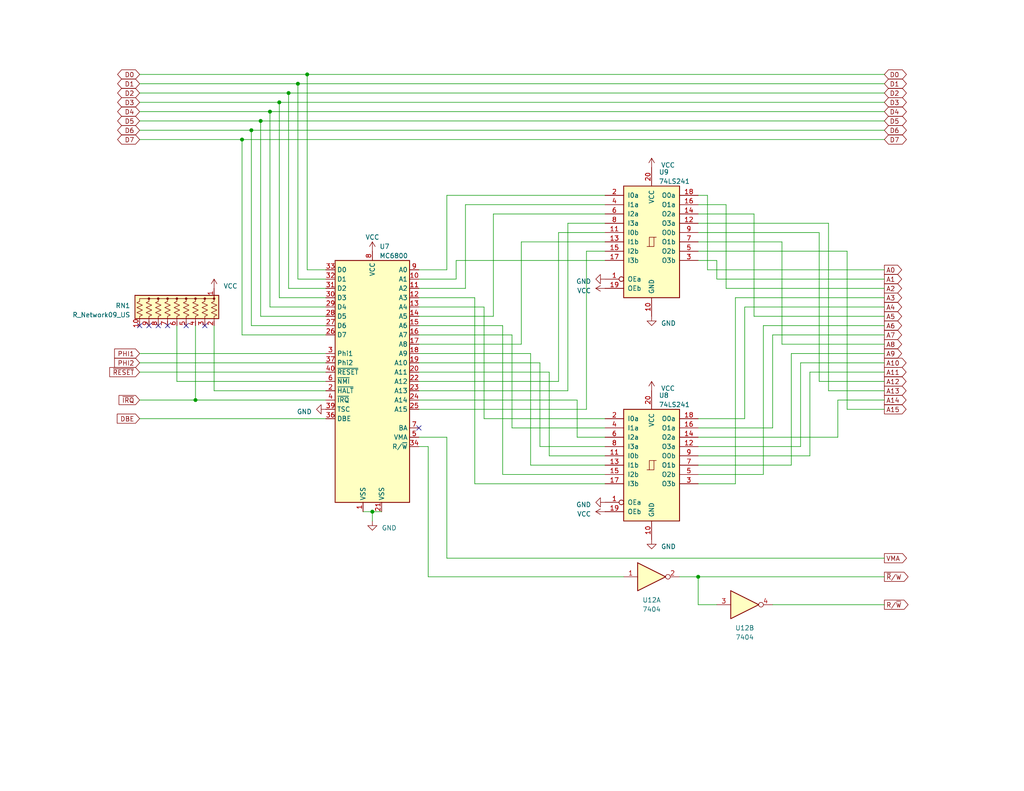
<source format=kicad_sch>
(kicad_sch (version 20230121) (generator eeschema)
  (paper "USLetter")
  (lib_symbols
    (symbol "74xx:74LS04"
      (property "Reference" "U" (at 0 1.27 0))
      (property "Value" "74LS04" (at 0 -1.27 0))
      (symbol "74LS04_1_0"
        (polyline (pts (xy -3.81 3.81) (xy -3.81 -3.81) (xy 3.81 0) (xy -3.81 3.81)) (stroke (width 0.254)) (fill (type background)))
        (pin input line (at -7.62 0 0) (length 3.81) (name "~") (number "1"))
        (pin output inverted (at 7.62 0 180) (length 3.81) (name "~") (number "2"))
      )
      (symbol "74LS04_2_0"
        (polyline (pts (xy -3.81 3.81) (xy -3.81 -3.81) (xy 3.81 0) (xy -3.81 3.81)) (stroke (width 0.254)) (fill (type background)))
        (pin input line (at -7.62 0 0) (length 3.81) (name "~") (number "3"))
        (pin output inverted (at 7.62 0 180) (length 3.81) (name "~") (number "4"))
      )
      (symbol "74LS04_3_0"
        (polyline (pts (xy -3.81 3.81) (xy -3.81 -3.81) (xy 3.81 0) (xy -3.81 3.81)) (stroke (width 0.254)) (fill (type background)))
        (pin input line (at -7.62 0 0) (length 3.81) (name "~") (number "5"))
        (pin output inverted (at 7.62 0 180) (length 3.81) (name "~") (number "6"))
      )
      (symbol "74LS04_4_0"
        (polyline (pts (xy -3.81 3.81) (xy -3.81 -3.81) (xy 3.81 0) (xy -3.81 3.81)) (stroke (width 0.254)) (fill (type background)))
        (pin output inverted (at 7.62 0 180) (length 3.81) (name "~") (number "8"))
        (pin input line (at -7.62 0 0) (length 3.81) (name "~") (number "9"))
      )
      (symbol "74LS04_5_0"
        (polyline (pts (xy -3.81 3.81) (xy -3.81 -3.81) (xy 3.81 0) (xy -3.81 3.81)) (stroke (width 0.254)) (fill (type background)))
        (pin output inverted (at 7.62 0 180) (length 3.81) (name "~") (number "10"))
        (pin input line (at -7.62 0 0) (length 3.81) (name "~") (number "11"))
      )
      (symbol "74LS04_6_0"
        (polyline (pts (xy -3.81 3.81) (xy -3.81 -3.81) (xy 3.81 0) (xy -3.81 3.81)) (stroke (width 0.254)) (fill (type background)))
        (pin output inverted (at 7.62 0 180) (length 3.81) (name "~") (number "12"))
        (pin input line (at -7.62 0 0) (length 3.81) (name "~") (number "13"))
      )
      (symbol "74LS04_7_0"
        (pin power_in line (at 0 12.7 270) (length 5.08) (name "VCC") (number "14"))
        (pin power_in line (at 0 -12.7 90) (length 5.08) (name "GND") (number "7"))
      )
      (symbol "74LS04_7_1"
        (rectangle (start -5.08 7.62) (end 5.08 -7.62) (stroke (width 0.254)) (fill (type background)))
      )
    )
    (symbol "74xx:74LS241" (pin_names (offset 1.016))
      (property "Reference" "U" (at -7.62 16.51 0))
      (property "Value" "74LS241" (at -7.62 -16.51 0))
      (symbol "74LS241_1_0"
        (polyline (pts (xy -0.635 -1.27) (xy -0.635 1.27) (xy 0.635 1.27)))
        (polyline (pts (xy -1.27 -1.27) (xy 0.635 -1.27) (xy 0.635 1.27) (xy 1.27 1.27)))
        (pin input inverted (at -12.7 -10.16 0) (length 5.08) (name "OEa") (number "1"))
        (pin power_in line (at 0 -20.32 90) (length 5.08) (name "GND") (number "10"))
        (pin input line (at -12.7 2.54 0) (length 5.08) (name "I0b") (number "11"))
        (pin tri_state line (at 12.7 5.08 180) (length 5.08) (name "O3a") (number "12"))
        (pin input line (at -12.7 0 0) (length 5.08) (name "I1b") (number "13"))
        (pin tri_state line (at 12.7 7.62 180) (length 5.08) (name "O2a") (number "14"))
        (pin input line (at -12.7 -2.54 0) (length 5.08) (name "I2b") (number "15"))
        (pin tri_state line (at 12.7 10.16 180) (length 5.08) (name "O1a") (number "16"))
        (pin input line (at -12.7 -5.08 0) (length 5.08) (name "I3b") (number "17"))
        (pin tri_state line (at 12.7 12.7 180) (length 5.08) (name "O0a") (number "18"))
        (pin input line (at -12.7 -12.7 0) (length 5.08) (name "OEb") (number "19"))
        (pin input line (at -12.7 12.7 0) (length 5.08) (name "I0a") (number "2"))
        (pin power_in line (at 0 20.32 270) (length 5.08) (name "VCC") (number "20"))
        (pin tri_state line (at 12.7 -5.08 180) (length 5.08) (name "O3b") (number "3"))
        (pin input line (at -12.7 10.16 0) (length 5.08) (name "I1a") (number "4"))
        (pin tri_state line (at 12.7 -2.54 180) (length 5.08) (name "O2b") (number "5"))
        (pin input line (at -12.7 7.62 0) (length 5.08) (name "I2a") (number "6"))
        (pin tri_state line (at 12.7 0 180) (length 5.08) (name "O1b") (number "7"))
        (pin input line (at -12.7 5.08 0) (length 5.08) (name "I3a") (number "8"))
        (pin tri_state line (at 12.7 2.54 180) (length 5.08) (name "O0b") (number "9"))
      )
      (symbol "74LS241_1_1"
        (rectangle (start -7.62 15.24) (end 7.62 -15.24) (stroke (width 0.254)) (fill (type background)))
      )
    )
    (symbol "CPU_NXP_6800:MC6800"
      (property "Reference" "U" (at -8.89 34.29 0))
      (property "Value" "MC6800" (at 10.16 34.29 0))
      (symbol "MC6800_0_1"
        (rectangle (start -10.16 -33.02) (end 10.16 33.02) (stroke (width 0.254)) (fill (type background)))
      )
      (symbol "MC6800_1_1"
        (pin power_in line (at -2.54 -35.56 90) (length 2.54) (name "VSS") (number "1"))
        (pin output line (at 12.7 27.94 180) (length 2.54) (name "A1") (number "10"))
        (pin output line (at 12.7 25.4 180) (length 2.54) (name "A2") (number "11"))
        (pin output line (at 12.7 22.86 180) (length 2.54) (name "A3") (number "12"))
        (pin output line (at 12.7 20.32 180) (length 2.54) (name "A4") (number "13"))
        (pin output line (at 12.7 17.78 180) (length 2.54) (name "A5") (number "14"))
        (pin output line (at 12.7 15.24 180) (length 2.54) (name "A6") (number "15"))
        (pin output line (at 12.7 12.7 180) (length 2.54) (name "A7") (number "16"))
        (pin output line (at 12.7 10.16 180) (length 2.54) (name "A8") (number "17"))
        (pin output line (at 12.7 7.62 180) (length 2.54) (name "A9") (number "18"))
        (pin output line (at 12.7 5.08 180) (length 2.54) (name "A10") (number "19"))
        (pin input line (at -12.7 -2.54 0) (length 2.54) (name "~{HALT}") (number "2"))
        (pin output line (at 12.7 2.54 180) (length 2.54) (name "A11") (number "20"))
        (pin power_in line (at 2.54 -35.56 90) (length 2.54) (name "VSS") (number "21"))
        (pin output line (at 12.7 0 180) (length 2.54) (name "A12") (number "22"))
        (pin output line (at 12.7 -2.54 180) (length 2.54) (name "A13") (number "23"))
        (pin output line (at 12.7 -5.08 180) (length 2.54) (name "A14") (number "24"))
        (pin output line (at 12.7 -7.62 180) (length 2.54) (name "A15") (number "25"))
        (pin bidirectional line (at -12.7 12.7 0) (length 2.54) (name "D7") (number "26"))
        (pin bidirectional line (at -12.7 15.24 0) (length 2.54) (name "D6") (number "27"))
        (pin bidirectional line (at -12.7 17.78 0) (length 2.54) (name "D5") (number "28"))
        (pin bidirectional line (at -12.7 20.32 0) (length 2.54) (name "D4") (number "29"))
        (pin input line (at -12.7 7.62 0) (length 2.54) (name "Phi1") (number "3"))
        (pin bidirectional line (at -12.7 22.86 0) (length 2.54) (name "D3") (number "30"))
        (pin bidirectional line (at -12.7 25.4 0) (length 2.54) (name "D2") (number "31"))
        (pin bidirectional line (at -12.7 27.94 0) (length 2.54) (name "D1") (number "32"))
        (pin bidirectional line (at -12.7 30.48 0) (length 2.54) (name "D0") (number "33"))
        (pin output line (at 12.7 -17.78 180) (length 2.54) (name "R/~{W}") (number "34"))
        (pin no_connect line (at -10.16 -25.4 0) (length 2.54) hide (name "N.C.") (number "35"))
        (pin input line (at -12.7 -10.16 0) (length 2.54) (name "DBE") (number "36"))
        (pin input line (at -12.7 5.08 0) (length 2.54) (name "Phi2") (number "37"))
        (pin no_connect line (at -10.16 -22.86 0) (length 2.54) hide (name "N.C.") (number "38"))
        (pin input line (at -12.7 -7.62 0) (length 2.54) (name "TSC") (number "39"))
        (pin input line (at -12.7 -5.08 0) (length 2.54) (name "~{IRQ}") (number "4"))
        (pin input line (at -12.7 2.54 0) (length 2.54) (name "~{RESET}") (number "40"))
        (pin output line (at 12.7 -15.24 180) (length 2.54) (name "VMA") (number "5"))
        (pin input line (at -12.7 0 0) (length 2.54) (name "~{NMI}") (number "6"))
        (pin output line (at 12.7 -12.7 180) (length 2.54) (name "BA") (number "7"))
        (pin power_in line (at 0 35.56 270) (length 2.54) (name "VCC") (number "8"))
        (pin output line (at 12.7 30.48 180) (length 2.54) (name "A0") (number "9"))
      )
    )
    (symbol "Device:R_Network09_US" (pin_names (offset 0) hide)
      (property "Reference" "RN" (at -12.7 0 90))
      (property "Value" "R_Network09_US" (at 12.7 0 90))
      (symbol "R_Network09_US_0_1"
        (rectangle (start -11.43 -3.175) (end 11.43 3.175) (stroke (width 0.254)) (fill (type background)))
        (circle (center -10.16 2.286) (radius 0.254) (fill (type outline)))
        (circle (center -7.62 2.286) (radius 0.254) (fill (type outline)))
        (circle (center -5.08 2.286) (radius 0.254) (fill (type outline)))
        (circle (center -2.54 2.286) (radius 0.254) (fill (type outline)))
        (polyline (pts (xy -10.16 2.286) (xy 10.16 2.286)))
        (polyline (pts (xy -10.16 2.286) (xy -10.16 1.524) (xy -9.398 1.1684) (xy -10.922 0.508) (xy -9.398 -0.1524) (xy -10.922 -0.8382) (xy -9.398 -1.524) (xy -10.922 -2.1844) (xy -10.16 -2.54) (xy -10.16 -3.81)))
        (polyline (pts (xy -7.62 2.286) (xy -7.62 1.524) (xy -6.858 1.1684) (xy -8.382 0.508) (xy -6.858 -0.1524) (xy -8.382 -0.8382) (xy -6.858 -1.524) (xy -8.382 -2.1844) (xy -7.62 -2.54) (xy -7.62 -3.81)))
        (polyline (pts (xy -5.08 2.286) (xy -5.08 1.524) (xy -4.318 1.1684) (xy -5.842 0.508) (xy -4.318 -0.1524) (xy -5.842 -0.8382) (xy -4.318 -1.524) (xy -5.842 -2.1844) (xy -5.08 -2.54) (xy -5.08 -3.81)))
        (polyline (pts (xy -2.54 2.286) (xy -2.54 1.524) (xy -1.778 1.1684) (xy -3.302 0.508) (xy -1.778 -0.1524) (xy -3.302 -0.8382) (xy -1.778 -1.524) (xy -3.302 -2.1844) (xy -2.54 -2.54) (xy -2.54 -3.81)))
        (polyline (pts (xy 0 2.286) (xy 0 1.524) (xy 0.762 1.1684) (xy -0.762 0.508) (xy 0.762 -0.1524) (xy -0.762 -0.8382) (xy 0.762 -1.524) (xy -0.762 -2.1844) (xy 0 -2.54) (xy 0 -3.81)))
        (polyline (pts (xy 2.54 2.286) (xy 2.54 1.524) (xy 3.302 1.1684) (xy 1.778 0.508) (xy 3.302 -0.1524) (xy 1.778 -0.8382) (xy 3.302 -1.524) (xy 1.778 -2.1844) (xy 2.54 -2.54) (xy 2.54 -3.81)))
        (polyline (pts (xy 5.08 2.286) (xy 5.08 1.524) (xy 5.842 1.1684) (xy 4.318 0.508) (xy 5.842 -0.1524) (xy 4.318 -0.8382) (xy 5.842 -1.524) (xy 4.318 -2.1844) (xy 5.08 -2.54) (xy 5.08 -3.81)))
        (polyline (pts (xy 7.62 2.286) (xy 7.62 1.524) (xy 8.382 1.1684) (xy 6.858 0.508) (xy 8.382 -0.1524) (xy 6.858 -0.8382) (xy 8.382 -1.524) (xy 6.858 -2.1844) (xy 7.62 -2.54) (xy 7.62 -3.81)))
        (polyline (pts (xy 10.16 2.286) (xy 10.16 1.524) (xy 10.922 1.1684) (xy 9.398 0.508) (xy 10.922 -0.1524) (xy 9.398 -0.8382) (xy 10.922 -1.524) (xy 9.398 -2.1844) (xy 10.16 -2.54) (xy 10.16 -3.81)))
        (circle (center 0 2.286) (radius 0.254) (fill (type outline)))
        (circle (center 2.54 2.286) (radius 0.254) (fill (type outline)))
        (circle (center 5.08 2.286) (radius 0.254) (fill (type outline)))
        (circle (center 7.62 2.286) (radius 0.254) (fill (type outline)))
      )
      (symbol "R_Network09_US_1_1"
        (pin passive line (at -10.16 5.08 270) (length 2.54) (name "common") (number "1"))
        (pin passive line (at 10.16 -5.08 90) (length 1.27) (name "R9") (number "10"))
        (pin passive line (at -10.16 -5.08 90) (length 1.27) (name "R1") (number "2"))
        (pin passive line (at -7.62 -5.08 90) (length 1.27) (name "R2") (number "3"))
        (pin passive line (at -5.08 -5.08 90) (length 1.27) (name "R3") (number "4"))
        (pin passive line (at -2.54 -5.08 90) (length 1.27) (name "R4") (number "5"))
        (pin passive line (at 0 -5.08 90) (length 1.27) (name "R5") (number "6"))
        (pin passive line (at 2.54 -5.08 90) (length 1.27) (name "R6") (number "7"))
        (pin passive line (at 5.08 -5.08 90) (length 1.27) (name "R7") (number "8"))
        (pin passive line (at 7.62 -5.08 90) (length 1.27) (name "R8") (number "9"))
      )
    )
    (symbol "power:GND" (power) (pin_names (offset 0))
      (property "Value" "GND" (at 0 -3.81 0))
      (symbol "GND_0_1"
        (polyline (pts (xy 0 0) (xy 0 -1.27) (xy 1.27 -1.27) (xy 0 -2.54) (xy -1.27 -1.27) (xy 0 -1.27)))
      )
      (symbol "GND_1_1"
        (pin power_in line (at 0 0 270) (length 0) hide (name "GND") (number "1"))
      )
    )
    (symbol "power:VCC" (power) (pin_names (offset 0))
      (property "Value" "VCC" (at 0 3.81 0))
      (symbol "VCC_0_1"
        (polyline (pts (xy -0.762 1.27) (xy 0 2.54)))
        (polyline (pts (xy 0 0) (xy 0 2.54)))
        (polyline (pts (xy 0 2.54) (xy 0.762 1.27)))
      )
      (symbol "VCC_1_1"
        (pin power_in line (at 0 0 90) (length 0) hide (name "VCC") (number "1"))
      )
    )
  )
  (junction (at 76.2 27.94))
  (junction (at 68.58 35.56))
  (junction (at 53.34 109.22))
  (junction (at 71.12 33.02))
  (junction (at 83.82 20.32))
  (junction (at 78.74 25.4))
  (junction (at 81.28 22.86))
  (junction (at 66.04 38.1))
  (junction (at 73.66 30.48))
  (junction (at 101.6 139.7))
  (junction (at 190.5 157.48))
  (no_connect (at 55.88 88.9))
  (no_connect (at 50.8 88.9))
  (no_connect (at 40.64 88.9))
  (no_connect (at 38.1 88.9))
  (no_connect (at 45.72 88.9))
  (no_connect (at 43.18 88.9))
  (no_connect (at 114.3 116.84))
  (wire (pts (xy 210.82 116.84) (xy 190.5 116.84)))
  (wire (pts (xy 127 55.88) (xy 165.1 55.88)))
  (wire (pts (xy 99.06 139.7) (xy 101.6 139.7)))
  (wire (pts (xy 83.82 73.66) (xy 88.9 73.66)))
  (wire (pts (xy 73.66 30.48) (xy 73.66 83.82)))
  (wire (pts (xy 114.3 93.98) (xy 142.24 93.98)))
  (wire (pts (xy 66.04 38.1) (xy 66.04 91.44)))
  (wire (pts (xy 205.74 86.36) (xy 241.3 86.36)))
  (wire (pts (xy 213.36 66.04) (xy 190.5 66.04)))
  (wire (pts (xy 142.24 93.98) (xy 142.24 66.04)))
  (wire (pts (xy 147.32 99.06) (xy 114.3 99.06)))
  (wire (pts (xy 195.58 71.12) (xy 190.5 71.12)))
  (wire (pts (xy 149.86 124.46) (xy 149.86 101.6)))
  (wire (pts (xy 66.04 38.1) (xy 241.3 38.1)))
  (wire (pts (xy 241.3 88.9) (xy 208.28 88.9)))
  (wire (pts (xy 129.54 81.28) (xy 129.54 132.08)))
  (wire (pts (xy 193.04 73.66) (xy 193.04 53.34)))
  (wire (pts (xy 81.28 76.2) (xy 88.9 76.2)))
  (wire (pts (xy 226.06 60.96) (xy 190.5 60.96)))
  (wire (pts (xy 147.32 99.06) (xy 147.32 121.92)))
  (wire (pts (xy 200.66 81.28) (xy 241.3 81.28)))
  (wire (pts (xy 210.82 91.44) (xy 241.3 91.44)))
  (wire (pts (xy 241.3 96.52) (xy 215.9 96.52)))
  (wire (pts (xy 129.54 132.08) (xy 165.1 132.08)))
  (wire (pts (xy 208.28 129.54) (xy 190.5 129.54)))
  (wire (pts (xy 81.28 22.86) (xy 81.28 76.2)))
  (wire (pts (xy 205.74 58.42) (xy 205.74 86.36)))
  (wire (pts (xy 241.3 20.32) (xy 83.82 20.32)))
  (wire (pts (xy 88.9 109.22) (xy 53.34 109.22)))
  (wire (pts (xy 132.08 83.82) (xy 132.08 114.3)))
  (wire (pts (xy 38.1 25.4) (xy 78.74 25.4)))
  (wire (pts (xy 218.44 121.92) (xy 190.5 121.92)))
  (wire (pts (xy 137.16 129.54) (xy 137.16 88.9)))
  (wire (pts (xy 124.46 71.12) (xy 124.46 76.2)))
  (wire (pts (xy 226.06 106.68) (xy 241.3 106.68)))
  (wire (pts (xy 231.14 111.76) (xy 241.3 111.76)))
  (wire (pts (xy 127 55.88) (xy 127 78.74)))
  (wire (pts (xy 38.1 33.02) (xy 71.12 33.02)))
  (wire (pts (xy 218.44 99.06) (xy 241.3 99.06)))
  (wire (pts (xy 73.66 83.82) (xy 88.9 83.82)))
  (wire (pts (xy 144.78 96.52) (xy 144.78 127)))
  (wire (pts (xy 137.16 129.54) (xy 165.1 129.54)))
  (wire (pts (xy 53.34 109.22) (xy 53.34 88.9)))
  (wire (pts (xy 210.82 165.1) (xy 241.3 165.1)))
  (wire (pts (xy 147.32 121.92) (xy 165.1 121.92)))
  (wire (pts (xy 38.1 114.3) (xy 88.9 114.3)))
  (wire (pts (xy 38.1 35.56) (xy 68.58 35.56)))
  (wire (pts (xy 210.82 116.84) (xy 210.82 91.44)))
  (wire (pts (xy 53.34 109.22) (xy 38.1 109.22)))
  (wire (pts (xy 228.6 119.38) (xy 190.5 119.38)))
  (wire (pts (xy 200.66 132.08) (xy 190.5 132.08)))
  (wire (pts (xy 101.6 139.7) (xy 104.14 139.7)))
  (wire (pts (xy 78.74 25.4) (xy 78.74 78.74)))
  (wire (pts (xy 154.94 60.96) (xy 165.1 60.96)))
  (wire (pts (xy 144.78 96.52) (xy 114.3 96.52)))
  (wire (pts (xy 152.4 104.14) (xy 114.3 104.14)))
  (wire (pts (xy 101.6 142.24) (xy 101.6 139.7)))
  (wire (pts (xy 114.3 83.82) (xy 132.08 83.82)))
  (wire (pts (xy 241.3 104.14) (xy 223.52 104.14)))
  (wire (pts (xy 139.7 91.44) (xy 139.7 116.84)))
  (wire (pts (xy 124.46 71.12) (xy 165.1 71.12)))
  (wire (pts (xy 200.66 132.08) (xy 200.66 81.28)))
  (wire (pts (xy 127 78.74) (xy 114.3 78.74)))
  (wire (pts (xy 38.1 99.06) (xy 88.9 99.06)))
  (wire (pts (xy 157.48 119.38) (xy 157.48 109.22)))
  (wire (pts (xy 213.36 66.04) (xy 213.36 93.98)))
  (wire (pts (xy 68.58 35.56) (xy 68.58 88.9)))
  (wire (pts (xy 220.98 124.46) (xy 190.5 124.46)))
  (wire (pts (xy 205.74 58.42) (xy 190.5 58.42)))
  (wire (pts (xy 231.14 68.58) (xy 231.14 111.76)))
  (wire (pts (xy 83.82 20.32) (xy 83.82 73.66)))
  (wire (pts (xy 241.3 78.74) (xy 198.12 78.74)))
  (wire (pts (xy 149.86 101.6) (xy 114.3 101.6)))
  (wire (pts (xy 121.92 73.66) (xy 114.3 73.66)))
  (wire (pts (xy 154.94 106.68) (xy 154.94 60.96)))
  (wire (pts (xy 160.02 68.58) (xy 160.02 111.76)))
  (wire (pts (xy 213.36 93.98) (xy 241.3 93.98)))
  (wire (pts (xy 38.1 27.94) (xy 76.2 27.94)))
  (wire (pts (xy 215.9 96.52) (xy 215.9 127)))
  (wire (pts (xy 38.1 96.52) (xy 88.9 96.52)))
  (wire (pts (xy 195.58 76.2) (xy 195.58 71.12)))
  (wire (pts (xy 152.4 63.5) (xy 152.4 104.14)))
  (wire (pts (xy 220.98 124.46) (xy 220.98 101.6)))
  (wire (pts (xy 142.24 66.04) (xy 165.1 66.04)))
  (wire (pts (xy 134.62 86.36) (xy 134.62 58.42)))
  (wire (pts (xy 58.42 106.68) (xy 88.9 106.68)))
  (wire (pts (xy 152.4 63.5) (xy 165.1 63.5)))
  (wire (pts (xy 66.04 91.44) (xy 88.9 91.44)))
  (wire (pts (xy 226.06 60.96) (xy 226.06 106.68)))
  (wire (pts (xy 139.7 116.84) (xy 165.1 116.84)))
  (wire (pts (xy 48.26 104.14) (xy 88.9 104.14)))
  (wire (pts (xy 76.2 81.28) (xy 88.9 81.28)))
  (wire (pts (xy 58.42 88.9) (xy 58.42 106.68)))
  (wire (pts (xy 241.3 83.82) (xy 203.2 83.82)))
  (wire (pts (xy 231.14 68.58) (xy 190.5 68.58)))
  (wire (pts (xy 208.28 88.9) (xy 208.28 129.54)))
  (wire (pts (xy 228.6 109.22) (xy 241.3 109.22)))
  (wire (pts (xy 116.84 121.92) (xy 114.3 121.92)))
  (wire (pts (xy 76.2 27.94) (xy 76.2 81.28)))
  (wire (pts (xy 134.62 58.42) (xy 165.1 58.42)))
  (wire (pts (xy 38.1 20.32) (xy 83.82 20.32)))
  (wire (pts (xy 198.12 78.74) (xy 198.12 55.88)))
  (wire (pts (xy 241.3 22.86) (xy 81.28 22.86)))
  (wire (pts (xy 218.44 121.92) (xy 218.44 99.06)))
  (wire (pts (xy 116.84 157.48) (xy 116.84 121.92)))
  (wire (pts (xy 38.1 22.86) (xy 81.28 22.86)))
  (wire (pts (xy 154.94 106.68) (xy 114.3 106.68)))
  (wire (pts (xy 160.02 68.58) (xy 165.1 68.58)))
  (wire (pts (xy 48.26 104.14) (xy 48.26 88.9)))
  (wire (pts (xy 241.3 30.48) (xy 73.66 30.48)))
  (wire (pts (xy 203.2 114.3) (xy 190.5 114.3)))
  (wire (pts (xy 241.3 73.66) (xy 193.04 73.66)))
  (wire (pts (xy 121.92 53.34) (xy 121.92 73.66)))
  (wire (pts (xy 71.12 86.36) (xy 88.9 86.36)))
  (wire (pts (xy 137.16 88.9) (xy 114.3 88.9)))
  (wire (pts (xy 223.52 63.5) (xy 190.5 63.5)))
  (wire (pts (xy 190.5 157.48) (xy 185.42 157.48)))
  (wire (pts (xy 223.52 104.14) (xy 223.52 63.5)))
  (wire (pts (xy 116.84 157.48) (xy 170.18 157.48)))
  (wire (pts (xy 241.3 25.4) (xy 78.74 25.4)))
  (wire (pts (xy 241.3 35.56) (xy 68.58 35.56)))
  (wire (pts (xy 71.12 33.02) (xy 71.12 86.36)))
  (wire (pts (xy 157.48 109.22) (xy 114.3 109.22)))
  (wire (pts (xy 193.04 53.34) (xy 190.5 53.34)))
  (wire (pts (xy 121.92 53.34) (xy 165.1 53.34)))
  (wire (pts (xy 132.08 114.3) (xy 165.1 114.3)))
  (wire (pts (xy 215.9 127) (xy 190.5 127)))
  (wire (pts (xy 203.2 83.82) (xy 203.2 114.3)))
  (wire (pts (xy 198.12 55.88) (xy 190.5 55.88)))
  (wire (pts (xy 160.02 111.76) (xy 114.3 111.76)))
  (wire (pts (xy 38.1 30.48) (xy 73.66 30.48)))
  (wire (pts (xy 241.3 76.2) (xy 195.58 76.2)))
  (wire (pts (xy 241.3 27.94) (xy 76.2 27.94)))
  (wire (pts (xy 144.78 127) (xy 165.1 127)))
  (wire (pts (xy 228.6 119.38) (xy 228.6 109.22)))
  (wire (pts (xy 241.3 33.02) (xy 71.12 33.02)))
  (wire (pts (xy 157.48 119.38) (xy 165.1 119.38)))
  (wire (pts (xy 38.1 101.6) (xy 88.9 101.6)))
  (wire (pts (xy 129.54 81.28) (xy 114.3 81.28)))
  (wire (pts (xy 220.98 101.6) (xy 241.3 101.6)))
  (wire (pts (xy 149.86 124.46) (xy 165.1 124.46)))
  (wire (pts (xy 190.5 165.1) (xy 190.5 157.48)))
  (wire (pts (xy 68.58 88.9) (xy 88.9 88.9)))
  (wire (pts (xy 121.92 119.38) (xy 114.3 119.38)))
  (wire (pts (xy 195.58 165.1) (xy 190.5 165.1)))
  (wire (pts (xy 114.3 91.44) (xy 139.7 91.44)))
  (wire (pts (xy 134.62 86.36) (xy 114.3 86.36)))
  (wire (pts (xy 121.92 152.4) (xy 241.3 152.4)))
  (wire (pts (xy 78.74 78.74) (xy 88.9 78.74)))
  (wire (pts (xy 114.3 76.2) (xy 124.46 76.2)))
  (wire (pts (xy 190.5 157.48) (xy 241.3 157.48)))
  (wire (pts (xy 121.92 152.4) (xy 121.92 119.38)))
  (wire (pts (xy 38.1 38.1) (xy 66.04 38.1)))
  (global_label "D5" (shape bidirectional) (at 241.3 33.02 0) (property "Intersheetrefs" "${INTERSHEET_REFS}" (effects hide)))
  (global_label "A11" (shape output) (at 241.3 101.6 0) (property "Intersheetrefs" "${INTERSHEET_REFS}" (effects hide)))
  (global_label "D5" (shape bidirectional) (at 38.1 33.02 180) (property "Intersheetrefs" "${INTERSHEET_REFS}" (effects hide)))
  (global_label "A2" (shape output) (at 241.3 78.74 0) (property "Intersheetrefs" "${INTERSHEET_REFS}" (effects hide)))
  (global_label "A14" (shape output) (at 241.3 109.22 0) (property "Intersheetrefs" "${INTERSHEET_REFS}" (effects hide)))
  (global_label "A6" (shape output) (at 241.3 88.9 0) (property "Intersheetrefs" "${INTERSHEET_REFS}" (effects hide)))
  (global_label "A3" (shape output) (at 241.3 81.28 0) (property "Intersheetrefs" "${INTERSHEET_REFS}" (effects hide)))
  (global_label "A13" (shape output) (at 241.3 106.68 0) (property "Intersheetrefs" "${INTERSHEET_REFS}" (effects hide)))
  (global_label "D4" (shape bidirectional) (at 241.3 30.48 0) (property "Intersheetrefs" "${INTERSHEET_REFS}" (effects hide)))
  (global_label "D6" (shape bidirectional) (at 241.3 35.56 0) (property "Intersheetrefs" "${INTERSHEET_REFS}" (effects hide)))
  (global_label "A10" (shape output) (at 241.3 99.06 0) (property "Intersheetrefs" "${INTERSHEET_REFS}" (effects hide)))
  (global_label "A1" (shape output) (at 241.3 76.2 0) (property "Intersheetrefs" "${INTERSHEET_REFS}" (effects hide)))
  (global_label "DBE" (shape input) (at 38.1 114.3 180) (property "Intersheetrefs" "${INTERSHEET_REFS}" (effects hide)))
  (global_label "~{RESET}" (shape input) (at 38.1 101.6 180) (property "Intersheetrefs" "${INTERSHEET_REFS}" (effects hide)))
  (global_label "A8" (shape output) (at 241.3 93.98 0) (property "Intersheetrefs" "${INTERSHEET_REFS}" (effects hide)))
  (global_label "A12" (shape output) (at 241.3 104.14 0) (property "Intersheetrefs" "${INTERSHEET_REFS}" (effects hide)))
  (global_label "A0" (shape output) (at 241.3 73.66 0) (property "Intersheetrefs" "${INTERSHEET_REFS}" (effects hide)))
  (global_label "PHI1" (shape input) (at 38.1 96.52 180) (property "Intersheetrefs" "${INTERSHEET_REFS}" (effects hide)))
  (global_label "D6" (shape bidirectional) (at 38.1 35.56 180) (property "Intersheetrefs" "${INTERSHEET_REFS}" (effects hide)))
  (global_label "D0" (shape bidirectional) (at 241.3 20.32 0) (property "Intersheetrefs" "${INTERSHEET_REFS}" (effects hide)))
  (global_label "D2" (shape bidirectional) (at 38.1 25.4 180) (property "Intersheetrefs" "${INTERSHEET_REFS}" (effects hide)))
  (global_label "D7" (shape bidirectional) (at 241.3 38.1 0) (property "Intersheetrefs" "${INTERSHEET_REFS}" (effects hide)))
  (global_label "A7" (shape output) (at 241.3 91.44 0) (property "Intersheetrefs" "${INTERSHEET_REFS}" (effects hide)))
  (global_label "~{R}{slash}W" (shape output) (at 241.3 157.48 0) (property "Intersheetrefs" "${INTERSHEET_REFS}" (effects hide)))
  (global_label "VMA" (shape output) (at 241.3 152.4 0) (property "Intersheetrefs" "${INTERSHEET_REFS}" (effects hide)))
  (global_label "D3" (shape bidirectional) (at 38.1 27.94 180) (property "Intersheetrefs" "${INTERSHEET_REFS}" (effects hide)))
  (global_label "R{slash}~{W}" (shape output) (at 241.3 165.1 0) (property "Intersheetrefs" "${INTERSHEET_REFS}" (effects hide)))
  (global_label "A15" (shape output) (at 241.3 111.76 0) (property "Intersheetrefs" "${INTERSHEET_REFS}" (effects hide)))
  (global_label "D1" (shape bidirectional) (at 38.1 22.86 180) (property "Intersheetrefs" "${INTERSHEET_REFS}" (effects hide)))
  (global_label "D1" (shape bidirectional) (at 241.3 22.86 0) (property "Intersheetrefs" "${INTERSHEET_REFS}" (effects hide)))
  (global_label "A9" (shape output) (at 241.3 96.52 0) (property "Intersheetrefs" "${INTERSHEET_REFS}" (effects hide)))
  (global_label "~{IRQ}" (shape input) (at 38.1 109.22 180) (property "Intersheetrefs" "${INTERSHEET_REFS}" (effects hide)))
  (global_label "D3" (shape bidirectional) (at 241.3 27.94 0) (property "Intersheetrefs" "${INTERSHEET_REFS}" (effects hide)))
  (global_label "A5" (shape output) (at 241.3 86.36 0) (property "Intersheetrefs" "${INTERSHEET_REFS}" (effects hide)))
  (global_label "D2" (shape bidirectional) (at 241.3 25.4 0) (property "Intersheetrefs" "${INTERSHEET_REFS}" (effects hide)))
  (global_label "D0" (shape bidirectional) (at 38.1 20.32 180) (property "Intersheetrefs" "${INTERSHEET_REFS}" (effects hide)))
  (global_label "D4" (shape bidirectional) (at 38.1 30.48 180) (property "Intersheetrefs" "${INTERSHEET_REFS}" (effects hide)))
  (global_label "D7" (shape bidirectional) (at 38.1 38.1 180) (property "Intersheetrefs" "${INTERSHEET_REFS}" (effects hide)))
  (global_label "A4" (shape output) (at 241.3 83.82 0) (property "Intersheetrefs" "${INTERSHEET_REFS}" (effects hide)))
  (global_label "PHI2" (shape input) (at 38.1 99.06 180) (property "Intersheetrefs" "${INTERSHEET_REFS}" (effects hide)))
  (symbol (lib_id "74xx:74LS04") (at 177.8 157.48 0) (unit 1)
    (property "Reference" "U12" (at 177.8 163.83 0))
    (property "Value" "7404" (at 177.8 166.37 0))
    (property "Footprint" "Package_DIP:DIP-14_W7.62mm" (effects hide))
    (property "Datasheet" "http://www.ti.com/lit/gpn/sn74LS04" (effects hide))
  )
  (symbol (lib_id "power:VCC") (at 177.8 106.68 0) (unit 1)
    (property "Reference" "#PWR0123" (effects hide))
    (property "Value" "VCC" (at 180.34 106.045 0) (effects (justify left)))
  )
  (symbol (lib_id "CPU_NXP_6800:MC6800") (at 101.6 104.14 0) (unit 1)
    (property "Reference" "U7" (at 103.5559 67.31 0) (effects (justify left)))
    (property "Value" "MC6800" (at 103.5559 69.85 0) (effects (justify left)))
    (property "Footprint" "Package_DIP:DIP-40_W15.24mm" (effects hide))
    (property "Datasheet" "https://drive.google.com/file/d/1T9SggBwEFbWRlxaFw6Mzl6M2rJ8dbVMg/view?usp=sharing" (effects hide))
  )
  (symbol (lib_id "74xx:74LS241") (at 177.8 127 0) (unit 1)
    (property "Reference" "U8" (at 179.7559 107.95 0) (effects (justify left)))
    (property "Value" "74LS241" (at 179.7559 110.49 0) (effects (justify left)))
    (property "Footprint" "Package_DIP:DIP-20_W7.62mm" (effects hide))
    (property "Datasheet" "http://www.ti.com/lit/ds/symlink/sn74ls241.pdf" (effects hide))
  )
  (symbol (lib_id "power:GND") (at 177.8 86.36 0) (unit 1)
    (property "Reference" "#PWR0120" (effects hide))
    (property "Value" "GND" (at 180.34 88.265 0) (effects (justify left)))
  )
  (symbol (lib_id "power:VCC") (at 165.1 139.7 90) (unit 1)
    (property "Reference" "#PWR019" (effects hide))
    (property "Value" "VCC" (at 161.29 140.335 90) (effects (justify left)))
  )
  (symbol (lib_id "Device:R_Network09_US") (at 48.26 83.82 0) (mirror y) (unit 1)
    (property "Reference" "RN1" (at 35.56 83.439 0) (effects (justify left)))
    (property "Value" "R_Network09_US" (at 35.56 85.979 0) (effects (justify left)))
    (property "Footprint" "Resistor_THT:R_Array_SIP10" (effects hide))
    (property "Datasheet" "http://www.vishay.com/docs/31509/csc.pdf" (effects hide))
  )
  (symbol (lib_id "power:GND") (at 165.1 137.16 270) (unit 1)
    (property "Reference" "#PWR0128" (effects hide))
    (property "Value" "GND" (at 161.29 137.795 90) (effects (justify right)))
  )
  (symbol (lib_id "power:GND") (at 177.8 147.32 0) (unit 1)
    (property "Reference" "#PWR0122" (effects hide))
    (property "Value" "GND" (at 180.34 149.225 0) (effects (justify left)))
  )
  (symbol (lib_id "74xx:74LS241") (at 177.8 66.04 0) (unit 1)
    (property "Reference" "U9" (at 179.7559 46.99 0) (effects (justify left)))
    (property "Value" "74LS241" (at 179.7559 49.53 0) (effects (justify left)))
    (property "Footprint" "Package_DIP:DIP-20_W7.62mm" (effects hide))
    (property "Datasheet" "http://www.ti.com/lit/ds/symlink/sn74ls241.pdf" (effects hide))
  )
  (symbol (lib_id "power:VCC") (at 177.8 45.72 0) (unit 1)
    (property "Reference" "#PWR0121" (effects hide))
    (property "Value" "VCC" (at 180.34 45.085 0) (effects (justify left)))
  )
  (symbol (lib_id "power:GND") (at 101.6 142.24 0) (unit 1)
    (property "Reference" "#PWR0102" (effects hide))
    (property "Value" "GND" (at 104.14 144.145 0) (effects (justify left)))
  )
  (symbol (lib_id "power:VCC") (at 58.42 78.74 0) (mirror y) (unit 1)
    (property "Reference" "#PWR0110" (effects hide))
    (property "Value" "VCC" (at 60.96 78.105 0) (effects (justify right)))
  )
  (symbol (lib_id "power:GND") (at 88.9 111.76 270) (unit 1)
    (property "Reference" "#PWR0131" (effects hide))
    (property "Value" "GND" (at 85.09 112.395 90) (effects (justify right)))
  )
  (symbol (lib_id "power:VCC") (at 101.6 68.58 0) (unit 1)
    (property "Reference" "#PWR0101" (effects hide))
    (property "Value" "VCC" (at 101.6 64.77 0))
  )
  (symbol (lib_id "power:VCC") (at 165.1 78.74 90) (unit 1)
    (property "Reference" "#PWR018" (effects hide))
    (property "Value" "VCC" (at 161.29 79.375 90) (effects (justify left)))
  )
  (symbol (lib_id "74xx:74LS04") (at 203.2 165.1 0) (unit 2)
    (property "Reference" "U12" (at 203.2 171.45 0))
    (property "Value" "7404" (at 203.2 173.99 0))
    (property "Footprint" "Package_DIP:DIP-14_W7.62mm" (effects hide))
    (property "Datasheet" "http://www.ti.com/lit/gpn/sn74LS04" (effects hide))
  )
  (symbol (lib_id "power:GND") (at 165.1 76.2 270) (unit 1)
    (property "Reference" "#PWR017" (effects hide))
    (property "Value" "GND" (at 161.29 76.835 90) (effects (justify right)))
  )
)
</source>
